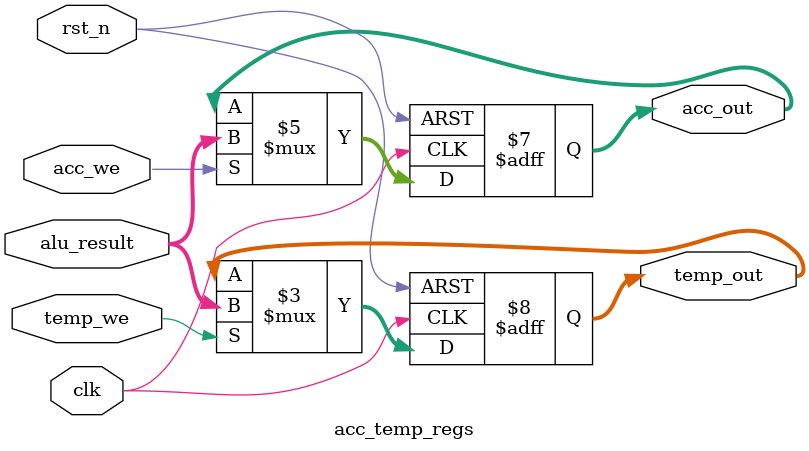
<source format=v>
module acc_temp_regs (
    input  wire       clk,
    input  wire       rst_n,

    // ALUからの4bit結果
    input  wire [3:0] alu_result,

    // 書き込み制御
    input  wire       acc_we,     // ACC書き込み
    input  wire       temp_we,    // Temp書き込み

    // 出力
    output reg  [3:0] acc_out,
    output reg  [3:0] temp_out
);

    // ACCとTempの4bitレジスタ
    always @(posedge clk or negedge rst_n) begin
        if (!rst_n) begin
            acc_out  <= 4'd0;
            temp_out <= 4'd0;
        end else begin
            if (acc_we)  acc_out  <= alu_result;
            if (temp_we) temp_out <= alu_result;
        end
    end

endmodule

</source>
